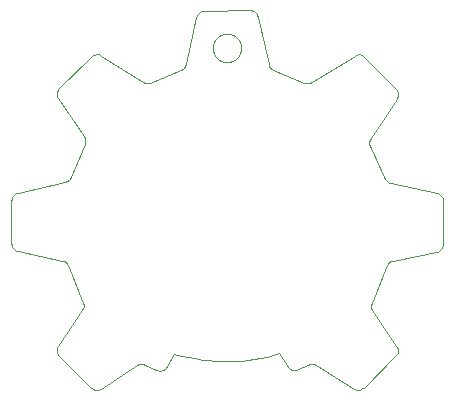
<source format=gbr>
%TF.GenerationSoftware,KiCad,Pcbnew,5.1.10-88a1d61d58~90~ubuntu20.04.1*%
%TF.CreationDate,2021-10-08T11:48:54+02:00*%
%TF.ProjectId,UROS_CO2-brkout,55524f53-5f43-44f3-922d-62726b6f7574,rev?*%
%TF.SameCoordinates,Original*%
%TF.FileFunction,Profile,NP*%
%FSLAX46Y46*%
G04 Gerber Fmt 4.6, Leading zero omitted, Abs format (unit mm)*
G04 Created by KiCad (PCBNEW 5.1.10-88a1d61d58~90~ubuntu20.04.1) date 2021-10-08 11:48:54*
%MOMM*%
%LPD*%
G01*
G04 APERTURE LIST*
%TA.AperFunction,Profile*%
%ADD10C,0.100000*%
%TD*%
G04 APERTURE END LIST*
D10*
%TO.C,Board1*%
X76679100Y-85122400D02*
X76037800Y-86177600D01*
X76037800Y-86177600D02*
X75966100Y-86290400D01*
X75966100Y-86290400D02*
X75876500Y-86384400D01*
X75876500Y-86384400D02*
X75772400Y-86458400D01*
X75772400Y-86458400D02*
X75657100Y-86511400D01*
X75657100Y-86511400D02*
X75534000Y-86542000D01*
X75534000Y-86542000D02*
X75406400Y-86549200D01*
X75406400Y-86549200D02*
X75277700Y-86531800D01*
X75277700Y-86531800D02*
X75151400Y-86488500D01*
X75151400Y-86488500D02*
X74173500Y-86042900D01*
X74173500Y-86042900D02*
X74009900Y-85992100D01*
X74009900Y-85992100D02*
X73841400Y-85983700D01*
X73841400Y-85983700D02*
X73676000Y-86017200D01*
X73676000Y-86017200D02*
X73521800Y-86091900D01*
X73521800Y-86091900D02*
X70489370Y-88068500D01*
X70489370Y-88068500D02*
X70385770Y-88123900D01*
X70385770Y-88123900D02*
X70276650Y-88160000D01*
X70276650Y-88160000D02*
X70164470Y-88177000D01*
X70164470Y-88177000D02*
X70051700Y-88175200D01*
X70051700Y-88175200D02*
X69940780Y-88154700D01*
X69940780Y-88154700D02*
X69834170Y-88115900D01*
X69834170Y-88115900D02*
X69734330Y-88058900D01*
X69734330Y-88058900D02*
X69643710Y-87984100D01*
X69643710Y-87984100D02*
X66944790Y-85333200D01*
X66944790Y-85333200D02*
X66866570Y-85241500D01*
X66866570Y-85241500D02*
X66807060Y-85139800D01*
X66807060Y-85139800D02*
X66766520Y-85030900D01*
X66766520Y-85030900D02*
X66745220Y-84917400D01*
X66745220Y-84917400D02*
X66743430Y-84801900D01*
X66743430Y-84801900D02*
X66761410Y-84687100D01*
X66761410Y-84687100D02*
X66799430Y-84575600D01*
X66799430Y-84575600D02*
X66857750Y-84470000D01*
X66857750Y-84470000D02*
X68904840Y-81435100D01*
X68904840Y-81435100D02*
X68980440Y-81286300D01*
X68980440Y-81286300D02*
X69017150Y-81126000D01*
X69017150Y-81126000D02*
X69014220Y-80961500D01*
X69014220Y-80961500D02*
X68970860Y-80800400D01*
X68970860Y-80800400D02*
X67688900Y-77646600D01*
X67688900Y-77646600D02*
X67607900Y-77501400D01*
X67607900Y-77501400D02*
X67495840Y-77381900D01*
X67495840Y-77381900D02*
X67358380Y-77292600D01*
X67358380Y-77292600D02*
X67201180Y-77238500D01*
X67201180Y-77238500D02*
X63441460Y-76441700D01*
X63441460Y-76441700D02*
X63328360Y-76407300D01*
X63328360Y-76407300D02*
X63225220Y-76355100D01*
X63225220Y-76355100D02*
X63133600Y-76287000D01*
X63133600Y-76287000D02*
X63055100Y-76205200D01*
X63055100Y-76205200D02*
X62991280Y-76111400D01*
X62991280Y-76111400D02*
X62943740Y-76007700D01*
X62943740Y-76007700D02*
X62914060Y-75895900D01*
X62914060Y-75895900D02*
X62903810Y-75778200D01*
X62903810Y-75778200D02*
X62903810Y-72161400D01*
X62903810Y-72161400D02*
X62913800Y-72045100D01*
X62913800Y-72045100D02*
X62942750Y-71934700D01*
X62942750Y-71934700D02*
X62989160Y-71832000D01*
X62989160Y-71832000D02*
X63051520Y-71738900D01*
X63051520Y-71738900D02*
X63128320Y-71657200D01*
X63128320Y-71657200D02*
X63218060Y-71589000D01*
X63218060Y-71589000D02*
X63319220Y-71536100D01*
X63319220Y-71536100D02*
X63430310Y-71500300D01*
X63430310Y-71500300D02*
X67463380Y-70574300D01*
X67463380Y-70574300D02*
X67616590Y-70519100D01*
X67616590Y-70519100D02*
X67750500Y-70430400D01*
X67750500Y-70430400D02*
X67859800Y-70312700D01*
X67859800Y-70312700D02*
X67939200Y-70170500D01*
X67939200Y-70170500D02*
X69102860Y-67331400D01*
X69102860Y-67331400D02*
X69146770Y-67169700D01*
X69146770Y-67169700D02*
X69149960Y-67004700D01*
X69149960Y-67004700D02*
X69113210Y-66843700D01*
X69113210Y-66843700D02*
X69037290Y-66694400D01*
X69037290Y-66694400D02*
X66863550Y-63476800D01*
X66863550Y-63476800D02*
X66805130Y-63371300D01*
X66805130Y-63371300D02*
X66767020Y-63259800D01*
X66767020Y-63259800D02*
X66748970Y-63144900D01*
X66748970Y-63144900D02*
X66750710Y-63029400D01*
X66750710Y-63029400D02*
X66771970Y-62915800D01*
X66771970Y-62915800D02*
X66812480Y-62806800D01*
X66812480Y-62806800D02*
X66871990Y-62705100D01*
X66871990Y-62705100D02*
X66950230Y-62613300D01*
X66950230Y-62613300D02*
X69652970Y-59957750D01*
X69652970Y-59957750D02*
X69742340Y-59883780D01*
X69742340Y-59883780D02*
X69840760Y-59827210D01*
X69840760Y-59827210D02*
X69945880Y-59788270D01*
X69945880Y-59788270D02*
X70055330Y-59767240D01*
X70055330Y-59767240D02*
X70166750Y-59764360D01*
X70166750Y-59764360D02*
X70277770Y-59779890D01*
X70277770Y-59779890D02*
X70386020Y-59814100D01*
X70386020Y-59814100D02*
X70489150Y-59867220D01*
X70489150Y-59867220D02*
X74050800Y-62104660D01*
X74050800Y-62104660D02*
X74196100Y-62173400D01*
X74196100Y-62173400D02*
X74351300Y-62205900D01*
X74351300Y-62205900D02*
X74509800Y-62201400D01*
X74509800Y-62201400D02*
X74665000Y-62159500D01*
X74665000Y-62159500D02*
X77283000Y-61105270D01*
X77283000Y-61105270D02*
X77428400Y-61024790D01*
X77428400Y-61024790D02*
X77548300Y-60913190D01*
X77548300Y-60913190D02*
X77638000Y-60776110D01*
X77638000Y-60776110D02*
X77692600Y-60619200D01*
X77692600Y-60619200D02*
X78552600Y-56634770D01*
X78552600Y-56634770D02*
X78586900Y-56523310D01*
X78586900Y-56523310D02*
X78638400Y-56421520D01*
X78638400Y-56421520D02*
X78705400Y-56330940D01*
X78705400Y-56330940D02*
X78785900Y-56253100D01*
X78785900Y-56253100D02*
X78878100Y-56189520D01*
X78878100Y-56189520D02*
X78980100Y-56141730D01*
X78980100Y-56141730D02*
X79090100Y-56111270D01*
X79090100Y-56111270D02*
X79206100Y-56099660D01*
X79206100Y-56099660D02*
X83096700Y-56044750D01*
X83096700Y-56044750D02*
X83214900Y-56053380D01*
X83214900Y-56053380D02*
X83327300Y-56081610D01*
X83327300Y-56081610D02*
X83431800Y-56127880D01*
X83431800Y-56127880D02*
X83526600Y-56190630D01*
X83526600Y-56190630D02*
X83609600Y-56268280D01*
X83609600Y-56268280D02*
X83678900Y-56359270D01*
X83678900Y-56359270D02*
X83732400Y-56462030D01*
X83732400Y-56462030D02*
X83768200Y-56574990D01*
X83768200Y-56574990D02*
X84671400Y-60615450D01*
X84671400Y-60615450D02*
X84726700Y-60770890D01*
X84726700Y-60770890D02*
X84816400Y-60906600D01*
X84816400Y-60906600D02*
X84935800Y-61017060D01*
X84935800Y-61017060D02*
X85080300Y-61096770D01*
X85080300Y-61096770D02*
X87709900Y-62154400D01*
X87709900Y-62154400D02*
X87863100Y-62196000D01*
X87863100Y-62196000D02*
X88019700Y-62201000D01*
X88019700Y-62201000D02*
X88173300Y-62169900D01*
X88173300Y-62169900D02*
X88317400Y-62103370D01*
X88317400Y-62103370D02*
X91951500Y-59876270D01*
X91951500Y-59876270D02*
X92056100Y-59823940D01*
X92056100Y-59823940D02*
X92165600Y-59790900D01*
X92165600Y-59790900D02*
X92277700Y-59776870D01*
X92277700Y-59776870D02*
X92389900Y-59781540D01*
X92389900Y-59781540D02*
X92499800Y-59804610D01*
X92499800Y-59804610D02*
X92605000Y-59845770D01*
X92605000Y-59845770D02*
X92703100Y-59904730D01*
X92703100Y-59904730D02*
X92791600Y-59981180D01*
X92791600Y-59981180D02*
X95433800Y-62692200D01*
X95433800Y-62692200D02*
X95508400Y-62783300D01*
X95508400Y-62783300D02*
X95565000Y-62883600D01*
X95565000Y-62883600D02*
X95603400Y-62990600D01*
X95603400Y-62990600D02*
X95623300Y-63101900D01*
X95623300Y-63101900D02*
X95624500Y-63214900D01*
X95624500Y-63214900D02*
X95606800Y-63327200D01*
X95606800Y-63327200D02*
X95569900Y-63436300D01*
X95569900Y-63436300D02*
X95513700Y-63539800D01*
X95513700Y-63539800D02*
X93321000Y-66854100D01*
X93321000Y-66854100D02*
X93244600Y-67009600D01*
X93244600Y-67009600D02*
X93210400Y-67176800D01*
X93210400Y-67176800D02*
X93218900Y-67347200D01*
X93218900Y-67347200D02*
X93270800Y-67512600D01*
X93270800Y-67512600D02*
X94555900Y-70296900D01*
X94555900Y-70296900D02*
X94638600Y-70431900D01*
X94638600Y-70431900D02*
X94748700Y-70542800D01*
X94748700Y-70542800D02*
X94881300Y-70625600D01*
X94881300Y-70625600D02*
X95031300Y-70676200D01*
X95031300Y-70676200D02*
X98916300Y-71498300D01*
X98916300Y-71498300D02*
X99030200Y-71533000D01*
X99030200Y-71533000D02*
X99134000Y-71585800D01*
X99134000Y-71585800D02*
X99226000Y-71654500D01*
X99226000Y-71654500D02*
X99304700Y-71737200D01*
X99304700Y-71737200D02*
X99368500Y-71832000D01*
X99368500Y-71832000D02*
X99415700Y-71936700D01*
X99415700Y-71936700D02*
X99444800Y-72049400D01*
X99444800Y-72049400D02*
X99454100Y-72168100D01*
X99454100Y-72168100D02*
X99420300Y-75839800D01*
X99420300Y-75839800D02*
X99408900Y-75957800D01*
X99408900Y-75957800D02*
X99378000Y-76069500D01*
X99378000Y-76069500D02*
X99329200Y-76173000D01*
X99329200Y-76173000D02*
X99264200Y-76266300D01*
X99264200Y-76266300D02*
X99184600Y-76347500D01*
X99184600Y-76347500D02*
X99091900Y-76414600D01*
X99091900Y-76414600D02*
X98987900Y-76465700D01*
X98987900Y-76465700D02*
X98874000Y-76498800D01*
X98874000Y-76498800D02*
X95169600Y-77233800D01*
X95169600Y-77233800D02*
X95009700Y-77286800D01*
X95009700Y-77286800D02*
X94869700Y-77376100D01*
X94869700Y-77376100D02*
X94755600Y-77496600D01*
X94755600Y-77496600D02*
X94673300Y-77643600D01*
X94673300Y-77643600D02*
X93393000Y-80793000D01*
X93393000Y-80793000D02*
X93349600Y-80954200D01*
X93349600Y-80954200D02*
X93346700Y-81118700D01*
X93346700Y-81118700D02*
X93383400Y-81279100D01*
X93383400Y-81279100D02*
X93459100Y-81427900D01*
X93459100Y-81427900D02*
X95507100Y-84462300D01*
X95507100Y-84462300D02*
X95565400Y-84567800D01*
X95565400Y-84567800D02*
X95603500Y-84679300D01*
X95603500Y-84679300D02*
X95621500Y-84794100D01*
X95621500Y-84794100D02*
X95619700Y-84909600D01*
X95619700Y-84909600D02*
X95598500Y-85023100D01*
X95598500Y-85023100D02*
X95558000Y-85132000D01*
X95558000Y-85132000D02*
X95498500Y-85233700D01*
X95498500Y-85233700D02*
X95420300Y-85325500D01*
X95420300Y-85325500D02*
X92714600Y-87984800D01*
X92714600Y-87984800D02*
X92625500Y-88058600D01*
X92625500Y-88058600D02*
X92527400Y-88115100D01*
X92527400Y-88115100D02*
X92422500Y-88154100D01*
X92422500Y-88154100D02*
X92313400Y-88175300D01*
X92313400Y-88175300D02*
X92202200Y-88178300D01*
X92202200Y-88178300D02*
X92091400Y-88163100D01*
X92091400Y-88163100D02*
X91983300Y-88129300D01*
X91983300Y-88129300D02*
X91880300Y-88076600D01*
X91880300Y-88076600D02*
X88664100Y-86070700D01*
X88664100Y-86070700D02*
X88508300Y-85999000D01*
X88508300Y-85999000D02*
X88342100Y-85968900D01*
X88342100Y-85968900D02*
X88173600Y-85980800D01*
X88173600Y-85980800D02*
X88011000Y-86035000D01*
X88011000Y-86035000D02*
X87181800Y-86434200D01*
X87181800Y-86434200D02*
X87049100Y-86482000D01*
X87049100Y-86482000D02*
X86913800Y-86501100D01*
X86913800Y-86501100D02*
X86779800Y-86492900D01*
X86779800Y-86492900D02*
X86651000Y-86458800D01*
X86651000Y-86458800D02*
X86531300Y-86400400D01*
X86531300Y-86400400D02*
X86424500Y-86319000D01*
X86424500Y-86319000D02*
X86334600Y-86216200D01*
X86334600Y-86216200D02*
X86265400Y-86093300D01*
X86265400Y-86093300D02*
X85578500Y-85059300D01*
X85578500Y-85059300D02*
X85052800Y-85216300D01*
X85052800Y-85216300D02*
X84523200Y-85353700D01*
X84523200Y-85353700D02*
X83989700Y-85471300D01*
X83989700Y-85471300D02*
X83452100Y-85568800D01*
X83452100Y-85568800D02*
X82910500Y-85646200D01*
X82910500Y-85646200D02*
X82364900Y-85703300D01*
X82364900Y-85703300D02*
X81815200Y-85739900D01*
X81815200Y-85739900D02*
X81261400Y-85755900D01*
X81261400Y-85755900D02*
X80703400Y-85751000D01*
X80703400Y-85751000D02*
X80141300Y-85725300D01*
X80141300Y-85725300D02*
X79574900Y-85678400D01*
X79574900Y-85678400D02*
X79004400Y-85610400D01*
X79004400Y-85610400D02*
X78429500Y-85520900D01*
X78429500Y-85520900D02*
X77850400Y-85409800D01*
X77850400Y-85409800D02*
X77266900Y-85277000D01*
X77266900Y-85277000D02*
X76679100Y-85122400D01*
X76679100Y-85122400D02*
X76679100Y-85122400D01*
X76679100Y-85122400D02*
X76679100Y-85122400D01*
X82357600Y-59210310D02*
X82334300Y-59445700D01*
X82334300Y-59445700D02*
X82266200Y-59669890D01*
X82266200Y-59669890D02*
X82155800Y-59876590D01*
X82155800Y-59876590D02*
X82005800Y-60059510D01*
X82005800Y-60059510D02*
X81822900Y-60209480D01*
X81822900Y-60209480D02*
X81616200Y-60319840D01*
X81616200Y-60319840D02*
X81392000Y-60387960D01*
X81392000Y-60387960D02*
X81156600Y-60411250D01*
X81156600Y-60411250D02*
X80914600Y-60386850D01*
X80914600Y-60386850D02*
X80689200Y-60316880D01*
X80689200Y-60316880D02*
X80485200Y-60206150D01*
X80485200Y-60206150D02*
X80307400Y-60059510D01*
X80307400Y-60059510D02*
X80160800Y-59881770D01*
X80160800Y-59881770D02*
X80050100Y-59677770D01*
X80050100Y-59677770D02*
X79980100Y-59452340D01*
X79980100Y-59452340D02*
X79955700Y-59210310D01*
X79955700Y-59210310D02*
X79980100Y-58968280D01*
X79980100Y-58968280D02*
X80050100Y-58742850D01*
X80050100Y-58742850D02*
X80160800Y-58538850D01*
X80160800Y-58538850D02*
X80307400Y-58361120D01*
X80307400Y-58361120D02*
X80485200Y-58214470D01*
X80485200Y-58214470D02*
X80689200Y-58103750D01*
X80689200Y-58103750D02*
X80914600Y-58033770D01*
X80914600Y-58033770D02*
X81156600Y-58009370D01*
X81156600Y-58009370D02*
X81398700Y-58033770D01*
X81398700Y-58033770D02*
X81624100Y-58103750D01*
X81624100Y-58103750D02*
X81828100Y-58214470D01*
X81828100Y-58214470D02*
X82005800Y-58361120D01*
X82005800Y-58361120D02*
X82152500Y-58538850D01*
X82152500Y-58538850D02*
X82263200Y-58742850D01*
X82263200Y-58742850D02*
X82333200Y-58968280D01*
X82333200Y-58968280D02*
X82357600Y-59210310D01*
X82357600Y-59210310D02*
X82357600Y-59210310D01*
X82357600Y-59210310D02*
X82357600Y-59210310D01*
%TD*%
M02*

</source>
